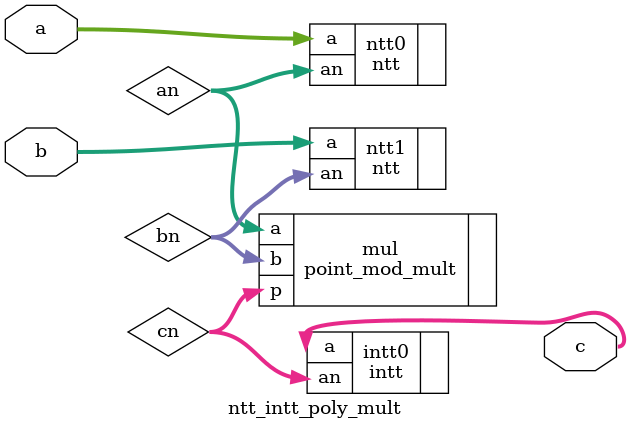
<source format=v>
`timescale 1ns / 1ps


module ntt_intt_poly_mult #(parameter N = 17, D = 8) (
    input [D*N-1:0] a,
    input [D*N-1:0] b,
    output [D*N-1:0] c
    );
    
    wire [D*N-1:0] an, bn, cn;
    
    ntt #(.N(N), .D(D)) ntt0(.a(a), .an(an));
    ntt #(.N(N), .D(D)) ntt1(.a(b), .an(bn));
    point_mod_mult #(.N(N), .D(D)) mul(.a(an), .b(bn), .p(cn));
    intt #(.N(N), .D(D)) intt0(.an(cn), .a(c));
endmodule

</source>
